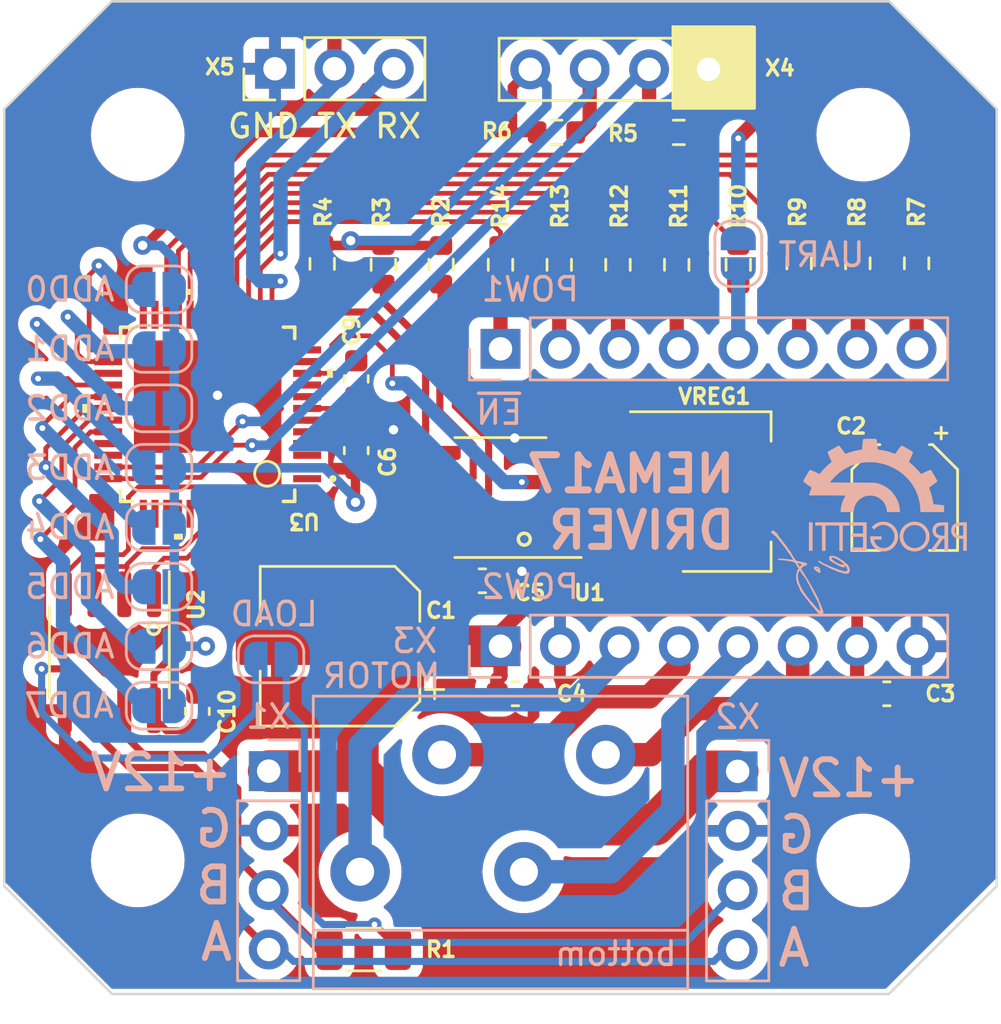
<source format=kicad_pcb>
(kicad_pcb (version 20221018) (generator pcbnew)
  (layers (0 "F.Cu" signal) (31 "B.Cu" signal) (34 "B.Paste" user) (35 "F.Paste" user) (36 "B.SilkS" user "B.Silkscreen") (37 "F.SilkS" user "F.Silkscreen") (38 "B.Mask" user) (39 "F.Mask" user) (44 "Edge.Cuts" user))
  (net 0 "")
  (net 1 "+12V")
  (net 2 "GND")
  (net 3 "+3.3V")
  (net 6 "Net-(U3-PF2-NRST)")
  (net 7 "Net-(JP1-A)")
  (net 8 "Net-(JP1-B)")
  (net 9 "U2-TX-DCE")
  (net 10 "USART-~{RST}")
  (net 11 "ADD7")
  (net 12 "ADD6")
  (net 13 "ADD5")
  (net 14 "ADD4")
  (net 15 "ADD3")
  (net 16 "ADD2")
  (net 17 "ADD1")
  (net 18 "ADD0")
  (net 19 "~{EN}")
  (net 20 "MS1")
  (net 21 "MS2")
  (net 22 "MS3")
  (net 23 "~{SLEEP}")
  (net 24 "STEP")
  (net 25 "DIR")
  (net 26 "Net-(POW2-Pin_3)")
  (net 27 "Net-(POW2-Pin_4)")
  (net 28 "Net-(POW2-Pin_5)")
  (net 29 "Net-(POW2-Pin_6)")
  (net 30 "Net-(U2-B)")
  (net 31 "Net-(U1-SCL)")
  (net 32 "Net-(U1-SDA)")
  (net 33 "Net-(U1-PGO)")
  (net 34 "SWCLK")
  (net 35 "SWDIO")
  (net 36 "Net-(U3-PA4)")
  (net 37 "Net-(U3-PA5)")
  (net 38 "Net-(U3-PA6)")
  (net 39 "Net-(U3-PA7)")
  (net 40 "Net-(U3-PB0)")
  (net 41 "Net-(U3-PB1)")
  (net 42 "Net-(U3-PB2)")
  (net 43 "Net-(U3-PB10)")
  (net 44 "POS-AN")
  (net 45 "RX-DCE")
  (net 46 "TX-EN")
  (net 47 "TX-DCE")
  (net 53 "U2-RX-DCE")
  (footprint "Resistor_SMD:R_1206_3216Metric" (layer "F.Cu") (at 140.158 100.304 180)
    (fp_text reference "R1")
    (fp_text value "120")
  )
  (footprint "Connector_PinHeader_2.54mm:PinHeader_1x03_P2.54mm_Vertical" (layer "F.Cu") (at 136.363 62.687 90)
    (fp_text reference "X5")
    (fp_text value "DEBUG")
  )
  (footprint "Resistor_SMD:R_0603_1608Metric" (layer "F.Cu") (at 148.3876 65.4044)
    (fp_text reference "R6")
    (fp_text value "4k7")
  )
  (footprint "MountingHole:MountingHole_3.5mm" (layer "F.Cu") (at 161.5 65.5)
    (fp_text reference "H2")
    (fp_text value "MountingHole")
  )
  (footprint "Resistor_SMD:R_0603_1608Metric" (layer "F.Cu") (at 158.76 70.996094 90)
    (fp_text reference "R9")
    (fp_text value "100R")
  )
  (footprint "Capacitor_SMD:C_0603_1608Metric" (layer "F.Cu") (at 133.046 90.131 90)
    (fp_text reference "C10")
    (fp_text value "100n")
  )
  (footprint "Resistor_SMD:R_0603_1608Metric" (layer "F.Cu") (at 143.46 71.06 -90)
    (fp_text reference "R2")
    (fp_text value "4k7")
  )
  (footprint "Resistor_SMD:R_0603_1608Metric" (layer "F.Cu") (at 146 71.059094 90)
    (fp_text reference "R14")
    (fp_text value "100R")
  )
  (footprint "Package_TO_SOT_SMD:SOT-223-3_TabPin2" (layer "F.Cu") (at 155.652 80.746)
    (fp_text reference "VREG1")
    (fp_text value "LD1117-3.3")
  )
  (footprint "Capacitor_SMD:C_0603_1608Metric" (layer "F.Cu") (at 145.225 84.556)
    (fp_text reference "C5")
    (fp_text value "100n")
  )
  (footprint "Resistor_SMD:R_0603_1608Metric" (layer "F.Cu") (at 161.27 70.996094 90)
    (fp_text reference "R8")
    (fp_text value "100R")
  )
  (footprint "Resistor_SMD:R_0603_1608Metric" (layer "F.Cu") (at 153.62 65.4044)
    (fp_text reference "R5")
    (fp_text value "4k7")
  )
  (footprint "Package_SO:SOIC-8_3.9x4.9mm_P1.27mm" (layer "F.Cu") (at 129.2868 87.604 -90)
    (fp_text reference "U2")
    (fp_text value "SP3485CN")
  )
  (footprint "MountingHole:MountingHole_3.5mm" (layer "F.Cu") (at 161.5 96.5)
    (fp_text reference "H4")
    (fp_text value "MountingHole")
  )
  (footprint "Resistor_SMD:R_0603_1608Metric" (layer "F.Cu") (at 151.02 71.059094 90)
    (fp_text reference "R12")
    (fp_text value "100R")
  )
  (footprint "Resistor_SMD:R_0603_1608Metric" (layer "F.Cu") (at 163.78 70.996094 90)
    (fp_text reference "R7")
    (fp_text value "100R")
  )
  (footprint "MountingHole:MountingHole_3.5mm" (layer "F.Cu") (at 130.5 65.5)
    (fp_text reference "H1")
    (fp_text value "MountingHole")
  )
  (footprint "Package_SO:SO-8_3.9x4.9mm_P1.27mm" (layer "F.Cu") (at 146 81 180)
    (fp_text reference "U1")
    (fp_text value "AS5600")
  )
  (footprint "Connector_PinHeader_2.54mm:PinHeader_1x04_P2.54mm_Vertical" (layer "F.Cu") (at 154.89 62.712 -90)
    (fp_text reference "X4")
    (fp_text value "JTAG")
  )
  (footprint "Resistor_SMD:R_0603_1608Metric" (layer "F.Cu") (at 138.38 71.019392 -90)
    (fp_text reference "R4")
    (fp_text value "4k7")
  )
  (footprint "Capacitor_SMD:C_0603_1608Metric" (layer "F.Cu") (at 146.635 89.382)
    (fp_text reference "C4")
    (fp_text value "100n")
  )
  (footprint "Capacitor_SMD:C_0603_1608Metric" (layer "F.Cu") (at 139.835999 75.933 -90)
    (fp_text reference "C9")
    (fp_text value "100n" hide)
  )
  (footprint "Capacitor_SMD:CP_Elec_4x5.3" (layer "F.Cu") (at 163.272 81 -90)
    (fp_text reference "C2")
    (fp_text value "1uF")
  )
  (footprint "Resistor_SMD:R_0603_1608Metric" (layer "F.Cu") (at 140.994702 71.06 -90)
    (fp_text reference "R3")
    (fp_text value "4k7")
  )
  (footprint "Capacitor_SMD:C_0603_1608Metric" (layer "F.Cu") (at 162.51 89.382)
    (fp_text reference "C3")
    (fp_text value "100n")
  )
  (footprint "Resistor_SMD:R_0603_1608Metric" (layer "F.Cu") (at 156.16 71.059094 90)
    (fp_text reference "R10")
    (fp_text value "100R")
  )
  (footprint "MyLib:LQFP48-7x7mm_STM" (layer "F.Cu") (at 133.485999 77.444 180)
    (fp_text reference "U3")
    (fp_text value "STM32C031C6T6")
  )
  (footprint "Capacitor_SMD:CP_Elec_6.3x7.7" (layer "F.Cu") (at 139.142 87.35 180)
    (fp_text reference "C1")
    (fp_text value "100uF")
  )
  (footprint "MountingHole:MountingHole_3.5mm" (layer "F.Cu") (at 130.5 96.5)
    (fp_text reference "H3")
    (fp_text value "MountingHole")
  )
  (footprint "Capacitor_SMD:C_0603_1608Metric" (layer "F.Cu") (at 139.835999 78.994 90)
    (fp_text reference "C6")
    (fp_text value "100n")
  )
  (footprint "Resistor_SMD:R_0603_1608Metric" (layer "F.Cu") (at 153.53 71.059094 90)
    (fp_text reference "R11")
    (fp_text value "100R")
  )
  (footprint "Resistor_SMD:R_0603_1608Metric" (layer "F.Cu") (at 148.51 71.059094 90)
    (fp_text reference "R13")
    (fp_text value "100R")
  )
  (footprint "Jumper:SolderJumper-2_P1.3mm_Open_RoundedPad1.0x1.5mm" (layer "B.Cu") (at 131.41 79.73 180)
    (fp_text reference "JP7" hide)
    (fp_text value "ADD3")
  )
  (footprint "Connector_PinSocket_2.54mm:PinSocket_1x08_P2.54mm_Vertical" (layer "B.Cu") (at 146 74.65 -90)
    (fp_text reference "POW1")
    (fp_text value "A4988")
  )
  (footprint "Jumper:SolderJumper-2_P1.3mm_Open_RoundedPad1.0x1.5mm" (layer "B.Cu") (at 131.41 84.81 180)
    (fp_text reference "JP5" hide)
    (fp_text value "ADD5")
  )
  (footprint "Jumper:SolderJumper-2_P1.3mm_Open_RoundedPad1.0x1.5mm" (layer "B.Cu") (at 156.16 70.586 -90)
    (fp_text reference "JP2" hide)
    (fp_text value "UART")
  )
  (footprint "Jumper:SolderJumper-2_P1.3mm_Open_RoundedPad1.0x1.5mm" (layer "B.Cu") (at 136.1956 87.9088 180)
    (fp_text reference "JP1" hide)
    (fp_text value "LOAD")
  )
  (footprint "Jumper:SolderJumper-2_P1.3mm_Open_RoundedPad1.0x1.5mm" (layer "B.Cu") (at 131.41 82.27 180)
    (fp_text reference "JP6" hide)
    (fp_text value "ADD4")
  )
  (footprint "Jumper:SolderJumper-2_P1.3mm_Open_RoundedPad1.0x1.5mm" (layer "B.Cu") (at 131.41 89.89 180)
    (fp_text reference "JP3" hide)
    (fp_text value "ADD7")
  )
  (footprint "Connector_PinSocket_2.54mm:PinSocket_1x08_P2.54mm_Vertical" (layer "B.Cu") (at 146 87.35 -90)
    (fp_text reference "POW2")
    (fp_text value "Conn_01x08_Pin")
  )
  (footprint "MyLib:logo-progetti" (layer "B.Cu") (at 161.418857 82.577226 180)
    (fp_text reference "G***" hide)
    (fp_text value "LOGO" hide)
  )
  (footprint "Connector_PinHeader_2.54mm:PinHeader_1x04_P2.54mm_Vertical" (layer "B.Cu") (at 156.135 92.694 180)
    (fp_text reference "X2")
    (fp_text value "OUT")
  )
  (footprint "Jumper:SolderJumper-2_P1.3mm_Open_RoundedPad1.0x1.5mm" (layer "B.Cu") (at 131.41 72.11 180)
    (fp_text reference "JP10" hide)
    (fp_text value "ADD0")
  )
  (footprint "Jumper:SolderJumper-2_P1.3mm_Open_RoundedPad1.0x1.5mm" (layer "B.Cu") (at 131.41 77.19 180)
    (fp_text reference "JP8" hide)
    (fp_text value "ADD2")
  )
  (footprint "Jumper:SolderJumper-2_P1.3mm_Open_RoundedPad1.0x1.5mm" (layer "B.Cu") (at 131.41 74.65 180)
    (fp_text reference "JP9" hide)
    (fp_text value "ADD1")
  )
  (footprint "Connector_PinHeader_2.54mm:PinHeader_1x04_P2.54mm_Vertical" (layer "B.Cu") (at 136.094 92.684 180)
    (fp_text reference "X1")
    (fp_text value "IN")
  )
  (footprint "Jumper:SolderJumper-2_P1.3mm_Open_RoundedPad1.0x1.5mm" (layer "B.Cu") (at 131.41 87.35 180)
    (fp_text reference "JP4" hide)
    (fp_text value "ADD6")
  )
  (footprint "MyLib:TBL002A-350-04GR-2OR" (layer "B.Cu") (at 150.5 96.982 180)
    (fp_text reference "X3")
    (fp_text value "MOTOR")
  )
  (gr_circle (center 147.016 82.778) (end 147.016 82.524) (stroke (width 0.15)) (fill none) (layer "F.SilkS"))
  (gr_circle (center 131.184749 86.587999) (end 131.184749 86.333999) (stroke (width 0.15)) (fill none) (layer "F.SilkS"))
  (gr_rect (start 153.383986 60.908552) (end 156.838386 64.362952) (stroke (width 0.15)) (fill solid) (layer "F.SilkS"))
  (gr_line locked (start 124.8 97.6) (end 124.8 64.4) (stroke (width 0.1)) (layer "Edge.Cuts"))
  (gr_line locked (start 167.2 97.6) (end 162.6 102.2) (stroke (width 0.1)) (layer "Edge.Cuts"))
  (gr_line locked (start 162.6 102.2) (end 129.4 102.2) (stroke (width 0.1)) (layer "Edge.Cuts"))
  (gr_line locked (start 167.2 64.4) (end 167.2 97.6) (stroke (width 0.1)) (layer "Edge.Cuts"))
  (gr_line locked (start 129.4 102.2) (end 124.8 97.6) (stroke (width 0.1)) (layer "Edge.Cuts"))
  (gr_line locked (start 129.4 59.8) (end 162.6 59.8) (stroke (width 0.1)) (layer "Edge.Cuts"))
  (gr_line locked (start 162.6 59.8) (end 167.2 64.4) (stroke (width 0.1)) (layer "Edge.Cuts"))
  (gr_line locked (start 124.8 64.4) (end 129.4 59.8) (stroke (width 0.1)) (layer "Edge.Cuts"))
  (gr_text "NEMA17\nDRIVER" (at 156.16 83.286) (layer "B.SilkS") (effects (font (size 1.5 1.5) (thickness 0.3) bold) (justify left bottom mirror)))
  (gr_text "+12V\nG\nB\nA" (at 134.6716 100.8628) (layer "B.SilkS") (effects (font (size 1.5 1.5) (thickness 0.25) bold) (justify left bottom mirror)))
  (gr_text "bottom" (at 153.62 101.066) (layer "B.SilkS") (effects (font (size 1 1)) (justify left bottom mirror)))
  (gr_text "~{EN}" (at 147.016 77.952) (layer "B.SilkS") (effects (font (size 1 1)) (justify left bottom mirror)))
  (gr_text "+12V\nG\nB\nA" (at 157.7348 101.1168) (layer "B.SilkS") (effects (font (size 1.5 1.5) (thickness 0.25) bold) (justify right bottom mirror)))
  (gr_text "GND TX RX" (at 134.259687 65.724834) (layer "F.SilkS") (effects (font (size 1 1)) (justify left bottom)))
  (segment (start 146 88.62) (end 146 87.35) (width 0.6096) (layer "F.Cu") (net 1))
  (segment (start 141.842 88.968) (end 139.904 90.906) (width 1.778) (layer "F.Cu") (net 1))
  (segment (start 146 87.35) (end 146 86.7404) (width 0.6096) (layer "F.Cu") (net 1))
  (segment (start 151.0936 84.4544) (end 152.502 83.046) (width 0.6096) (layer "F.Cu") (net 1))
  (segment (start 148.413 94.208) (end 149.175 94.97) (width 1.778) (layer "F.Cu") (net 1))
  (segment (start 145.238 94.208) (end 148.413 94.208) (width 1.778) (layer "F.Cu") (net 1))
  (segment (start 149.175 94.97) (end 152.604 94.97) (width 1.778) (layer "F.Cu") (net 1))
  (segment (start 139.904 90.906) (end 139.904 92.684) (width 1.778) (layer "F.Cu") (net 1))
  (segment (start 146 87.35) (end 141.842 87.35) (width 1.778) (layer "F.Cu") (net 1))
  (segment (start 146 86.7404) (end 148.286 84.4544) (width 0.6096) (layer "F.Cu") (net 1))
  (segment (start 145.86 88.76) (end 146 88.62) (width 0.6096) (layer "F.Cu") (net 1))
  (segment (start 148.286 84.4544) (end 151.0936 84.4544) (width 0.6096) (layer "F.Cu") (net 1))
  (segment (start 136.094 92.684) (end 139.904 92.684) (width 1.778) (layer "F.Cu") (net 1))
  (segment (start 145.86 89.382) (end 145.86 88.76) (width 0.6096) (layer "F.Cu") (net 1))
  (segment (start 142.19 94.97) (end 144.476 94.97) (width 1.778) (layer "F.Cu") (net 1))
  (segment (start 139.904 92.684) (end 142.19 94.97) (width 1.778) (layer "F.Cu") (net 1))
  (segment (start 141.842 87.35) (end 141.842 88.968) (width 1.778) (layer "F.Cu") (net 1))
  (segment (start 144.476 94.97) (end 145.238 94.208) (width 1.778) (layer "F.Cu") (net 1))
  (segment (start 152.604 94.97) (end 154.88 92.694) (width 1.778) (layer "F.Cu") (net 1))
  (segment (start 154.88 92.694) (end 156.135 92.694) (width 1.778) (layer "F.Cu") (net 1))
  (segment (start 146 84.556) (end 146.4572 84.556) (width 0.4064) (layer "F.Cu") (net 2))
  (segment (start 146.8636 84.1496) (end 146.9144 84.1496) (width 0.4064) (layer "F.Cu") (net 2))
  (segment (start 139.349999 77.194) (end 139.835999 76.708) (width 0.2032) (layer "F.Cu") (net 2))
  (segment (start 137.735998 77.194) (end 139.349999 77.194) (width 0.2032) (layer "F.Cu") (net 2))
  (segment (start 146.4572 84.556) (end 146.6096 84.4036) (width 0.4064) (layer "F.Cu") (net 2))
  (segment (start 146.6096 84.4036) (end 146.8636 84.1496) (width 0.4064) (layer "F.Cu") (net 2))
  (via (at 146.6096 78.46) (size 0.8) (drill 0.4) (layers "F.Cu" "B.Cu") (net 2))
  (via (at 146.9144 84.1496) (size 0.8) (drill 0.4) (layers "F.Cu" "B.Cu") (net 2))
  (via (at 133.9096 76.6312) (size 0.8) (drill 0.4) (layers "F.Cu" "B.Cu") (net 2))
  (via (at 141.428 78.1044) (size 0.8) (drill 0.4) (layers "F.Cu" "B.Cu") (net 2))
  (segment (start 139.5992 70.235) (end 139.5992 70.0272) (width 0.4064) (layer "F.Cu") (net 3))
  (segment (start 139.8024 79.802599) (end 139.835999 79.769) (width 0.4064) (layer "F.Cu") (net 3))
  (segment (start 139.5992 70.235) (end 138.420608 70.235) (width 0.4064) (layer "F.Cu") (net 3))
  (segment (start 131.776 69.2652) (end 130.8108 70.2304) (width 0.4064) (layer "F.Cu") (net 3))
  (segment (start 147.5626 65.4044) (end 135.6368 65.4044) (width 0.4064) (layer "F.Cu") (net 3))
  (segment (start 131.1918 90.079) (end 131.1918 88.5438) (width 0.3048) (layer "F.Cu") (net 3))
  (segment (start 139.8024 81.2032) (end 139.8024 79.802599) (width 0.4064) (layer "F.Cu") (net 3))
  (segment (start 147.27 62.712) (end 146.508 63.474) (width 0.4064) (layer "F.Cu") (net 3))
  (segment (start 161.24 89.255) (end 161.24 87.35) (width 0.6096) (layer "F.Cu") (net 3))
  (segment (start 135.6368 65.4044) (end 131.776 69.2652) (width 0.4064) (layer "F.Cu") (net 3))
  (segment (start 131.1918 88.5438) (end 131.6236 88.112) (width 0.3048) (layer "F.Cu") (net 3))
  (segment (start 146.508 63.474) (end 146.508 65.4044) (width 0.4064) (layer "F.Cu") (net 3))
  (segment (start 131.7252 90.9568) (end 132.9952 90.9568) (width 0.3048) (layer "F.Cu") (net 3))
  (segment (start 161.735 89.382) (end 161.367 89.382) (width 0.6096) (layer "F.Cu") (net 3))
  (segment (start 132.9952 90.9568) (end 133.046 90.906) (width 0.3048) (layer "F.Cu") (net 3))
  (segment (start 130.8108 70.2304) (end 130.7092 70.2304) (width 0.4064) (layer "F.Cu") (net 3))
  (segment (start 143.46 70.235) (end 140.994702 70.235) (width 0.4064) (layer "F.Cu") (net 3))
  (segment (start 131.1918 90.079) (end 131.1918 90.4234) (width 0.3048) (layer "F.Cu") (net 3))
  (segment (start 146.508 65.4044) (end 147.5626 65.4044) (width 0.4064) (layer "F.Cu") (net 3))
  (segment (start 131.6236 88.112) (end 132.3856 87.35) (width 0.3048) (layer "F.Cu") (net 3))
  (segment (start 131.1918 90.4234) (end 131.7252 90.9568) (width 0.3048) (layer "F.Cu") (net 3))
  (segment (start 140.994702 70.235) (end 139.5992 70.235) (width 0.4064) (layer "F.Cu") (net 3))
  (segment (start 138.420608 70.235) (end 138.38 70.194392) (width 0.4064) (layer "F.Cu") (net 3))
  (segment (start 161.367 89.382) (end 161.24 89.255) (width 0.6096) (layer "F.Cu") (net 3))
  (segment (start 132.3856 87.35) (end 133.4016 87.35) (width 0.3048) (layer "F.Cu") (net 3))
  (via (at 130.7092 70.2304) (size 0.8) (drill 0.4) (layers "F.Cu" "B.Cu") (net 3))
  (via (at 139.5992 70.0272) (size 0.8) (drill 0.4) (layers "F.Cu" "B.Cu") (net 3))
  (via (at 133.4016 87.35) (size 0.8) (drill 0.4) (layers "F.Cu" "B.Cu") (net 3))
  (via (at 139.8024 81.2032) (size 0.8) (drill 0.4) (layers "F.Cu" "B.Cu") (net 3))
  (segment (start 130.7092 70.2304) (end 131.4712 70.2304) (width 0.4064) (layer "B.Cu") (net 3))
  (segment (start 132.06 87.35) (end 132.06 89.89) (width 0.4064) (layer "B.Cu") (net 3))
  (segment (start 132.06 82.27) (end 132.06 84.81) (width 0.4064) (layer "B.Cu") (net 3))
  (segment (start 147.9812 64.2868) (end 147.9812 63.4232) (width 0.4064) (layer "B.Cu") (net 3))
  (segment (start 132.03 72.08) (end 132.06 72.11) (width 0.4064) (layer "B.Cu") (net 3))
  (segment (start 132.06 72.11) (end 132.06 74.65) (width 0.4064) (layer "B.Cu") (net 3))
  (segment (start 132.06 79.73) (end 132.06 82.27) (width 0.4064) (layer "B.Cu") (net 3))
  (segment (start 139.5992 70.0272) (end 142.2408 70.0272) (width 0.4064) (layer "B.Cu") (net 3))
  (segment (start 132.06 84.81) (end 132.06 87.35) (width 0.4064) (layer "B.Cu") (net 3))
  (segment (start 132.03 70.7892) (end 132.03 72.08) (width 0.4064) (layer "B.Cu") (net 3))
  (segment (start 132.06 79.73) (end 138.4816 79.73) (width 0.4064) (layer "B.Cu") (net 3))
  (segment (start 139.0912 80.3396) (end 139.8024 81.0508) (width 0.4064) (layer "B.Cu") (net 3))
  (segment (start 132.06 74.65) (end 132.06 77.19) (width 0.4064) (layer "B.Cu") (net 3))
  (segment (start 142.2408 70.0272) (end 147.9812 64.2868) (width 0.4064) (layer "B.Cu") (net 3))
  (segment (start 132.06 77.19) (end 132.06 79.73) (width 0.4064) (layer "B.Cu") (net 3))
  (segment (start 138.4816 79.73) (end 139.0912 80.3396) (width 0.4064) (layer "B.Cu") (net 3))
  (segment (start 131.4712 70.2304) (end 132.03 70.7892) (width 0.4064) (layer "B.Cu") (net 3))
  (segment (start 133.4016 87.35) (end 132.06 87.35) (width 0.4064) (layer "B.Cu") (net 3))
  (segment (start 139.8024 81.0508) (end 139.8024 81.2032) (width 0.4064) (layer "B.Cu") (net 3))
  (segment (start 147.9812 63.4232) (end 147.27 62.712) (width 0.4064) (layer "B.Cu") (net 3))
  (segment (start 137.735998 75.694001) (end 139.299998 75.694001) (width 0.2032) (layer "F.Cu") (net 6))
  (segment (start 139.299998 75.694001) (end 139.835999 75.158) (width 0.2032) (layer "F.Cu") (net 6))
  (segment (start 141.6205 100.2425) (end 141.6205 100.304) (width 0.3048) (layer "F.Cu") (net 7))
  (segment (start 140.6152 99.2372) (end 141.6205 100.2425) (width 0.3048) (layer "F.Cu") (net 7))
  (via (at 140.6152 99.2372) (size 0.6) (drill 0.25) (layers "F.Cu" "B.Cu") (net 7))
  (segment (start 140.6152 99.2372) (end 138.4308 99.2372) (width 0.3048) (layer "B.Cu") (net 7))
  (segment (start 138.4308 99.2372) (end 137.618 98.4244) (width 0.3048) (layer "B.Cu") (net 7))
  (segment (start 137.618 90.8552) (end 136.8456 90.0828) (width 0.3048) (layer "B.Cu") (net 7))
  (segment (start 137.618 98.4244) (end 137.618 90.8552) (width 0.3048) (layer "B.Cu") (net 7))
  (segment (start 136.8456 90.0828) (end 136.8456 87.9088) (width 0.3048) (layer "B.Cu") (net 7))
  (segment (start 134.1636 98.3736) (end 135.62929 99.83929) (width 0.3048) (layer "F.Cu") (net 8))
  (segment (start 128.6518 90.079) (end 128.6518 91.033) (width 0.3048) (layer "F.Cu") (net 8))
  (segment (start 132.9444 92.5316) (end 134.1636 93.7508) (width 0.3048) (layer "F.Cu") (net 8))
  (segment (start 130.1504 92.5316) (end 132.9444 92.5316) (width 0.3048) (layer "F.Cu") (net 8))
  (segment (start 128.6518 89.2042) (end 128.6518 90.079) (width 0.3048) (layer "F.Cu") (net 8))
  (segment (start 127.7628 88.3152) (end 128.6518 89.2042) (width 0.3048) (layer "F.Cu") (net 8))
  (segment (start 134.1636 93.7508) (end 134.1636 98.3736) (width 0.3048) (layer "F.Cu") (net 8))
  (segment (start 128.6518 91.033) (end 130.1504 92.5316) (width 0.3048) (layer "F.Cu") (net 8))
  (segment (start 126.3912 88.3152) (end 127.7628 88.3152) (width 0.3048) (layer "F.Cu") (net 8))
  (via (at 126.3912 88.3152) (size 0.6) (drill 0.25) (layers "F.Cu" "B.Cu") (net 8))
  (segment (start 126.3912 88.3152) (end 126.3912 90.1948) (width 0.3048) (layer "B.Cu") (net 8))
  (segment (start 136.094 100.304) (end 136.6528 100.304) (width 0.3048) (layer "B.Cu") (net 8))
  (segment (start 128.3216 92.1252) (end 133.554 92.1252) (width 0.3048) (layer "B.Cu") (net 8))
  (segment (start 155.1132 100.812) (end 155.6112 100.314) (width 0.3048) (layer "B.Cu") (net 8))
  (segment (start 155.6112 100.314) (end 156.135 100.314) (width 0.3048) (layer "B.Cu") (net 8))
  (segment (start 133.554 92.1252) (end 135.5456 90.1336) (width 0.3048) (layer "B.Cu") (net 8))
  (segment (start 126.3912 90.1948) (end 128.3216 92.1252) (width 0.3048) (layer "B.Cu") (net 8))
  (segment (start 136.6528 100.304) (end 137.1608 100.812) (width 0.3048) (layer "B.Cu") (net 8))
  (segment (start 137.1608 100.812) (end 155.1132 100.812) (width 0.3048) (layer "B.Cu") (net 8))
  (segment (start 135.5456 90.1336) (end 135.5456 87.9088) (width 0.3048) (layer "B.Cu") (net 8))
  (segment (start 136.235999 72.069601) (end 136.4496 71.856) (width 0.2032) (layer "F.Cu") (net 9))
  (segment (start 136.5004 71.856) (end 136.602 71.7544) (width 0.2032) (layer "F.Cu") (net 9))
  (segment (start 136.235999 73.194001) (end 136.235999 72.069601) (width 0.2032) (layer "F.Cu") (net 9))
  (segment (start 136.4496 71.856) (end 136.5004 71.856) (width 0.2032) (layer "F.Cu") (net 9))
  (segment (start 157.0236 64.7948) (end 156.16 65.6584) (width 0.6096) (layer "F.Cu") (net 9))
  (segment (start 139.2436 60.934) (end 156.5664 60.934) (width 0.6096) (layer "F.Cu") (net 9))
  (segment (start 138.903 62.687) (end 138.903 61.2746) (width 0.6096) (layer "F.Cu") (net 9))
  (segment (start 156.5664 60.934) (end 157.0236 61.3912) (width 0.6096) (layer "F.Cu") (net 9))
  (segment (start 138.903 61.2746) (end 139.2436 60.934) (width 0.6096) (layer "F.Cu") (net 9))
  (segment (start 157.0236 61.3912) (end 157.0236 64.7948) (width 0.6096) (layer "F.Cu") (net 9))
  (via (at 136.602 71.7544) (size 0.6) (drill 0.25) (layers "F.Cu" "B.Cu") (net 9))
  (via (at 156.16 65.6584) (size 0.6) (drill 0.25) (layers "F.Cu" "B.Cu") (net 9))
  (segment (start 156.16 65.6584) (end 156.16 69.936) (width 0.6096) (layer "B.Cu") (net 9))
  (segment (start 138.903 63.3066) (end 138.903 62.687) (width 0.6096) (layer "B.Cu") (net 9))
  (segment (start 135.4336 71.4496) (end 135.4336 66.776) (width 0.6096) (layer "B.Cu") (net 9))
  (segment (start 135.4336 66.776) (end 138.903 63.3066) (width 0.6096) (layer "B.Cu") (net 9))
  (segment (start 135.7384 71.7544) (end 135.4336 71.4496) (width 0.6096) (layer "B.Cu") (net 9))
  (segment (start 136.602 71.7544) (end 135.7384 71.7544) (width 0.6096) (layer "B.Cu") (net 9))
  (segment (start 156.16 71.884094) (end 156.16 74.65) (width 0.6096) (layer "F.Cu") (net 10))
  (segment (start 156.16 71.236) (end 156.16 74.65) (width 0.6096) (layer "B.Cu") (net 10))
  (segment (start 128.485999 78.194001) (end 129.236 78.194001) (width 0.2032) (layer "F.Cu") (net 11))
  (segment (start 127.819305 78.860695) (end 128.485999 78.194001) (width 0.2032) (layer "F.Cu") (net 11))
  (segment (start 127.819305 81.299095) (end 127.819305 78.860695) (width 0.2032) (layer "F.Cu") (net 11))
  (segment (start 126.3404 82.778) (end 127.819305 81.299095) (width 0.2032) (layer "F.Cu") (net 11))
  (via (at 126.3404 82.778) (size 0.6) (drill 0.25) (layers "F.Cu" "B.Cu") (net 11))
  (segment (start 127.3056 86.4356) (end 130.76 89.89) (width 0.6096) (layer "B.Cu") (net 11))
  (segment (start 127.3056 83.7432) (end 127.3056 86.4356) (width 0.6096) (layer "B.Cu") (net 11))
  (segment (start 126.3404 82.778) (end 127.3056 83.7432) (width 0.6096) (layer "B.Cu") (net 11))
  (segment (start 127.2548 80.1872) (end 127.2548 78.85499) (width 0.2032) (layer "F.Cu") (net 12))
  (segment (start 126.2896 81.1524) (end 127.2548 80.1872) (width 0.2032) (layer "F.Cu") (net 12))
  (segment (start 128.41579 77.694) (end 129.236 77.694) (width 0.2032) (layer "F.Cu") (net 12))
  (segment (start 127.2548 78.85499) (end 128.41579 77.694) (width 0.2032) (layer "F.Cu") (net 12))
  (via (at 126.2896 81.1524) (size 0.6) (drill 0.25) (layers "F.Cu" "B.Cu") (net 12))
  (segment (start 130.3536 87.35) (end 130.76 87.35) (width 0.6096) (layer "B.Cu") (net 12))
  (segment (start 128.3724 85.3688) (end 130.3536 87.35) (width 0.6096) (layer "B.Cu") (net 12))
  (segment (start 128.3724 83.2352) (end 128.3724 85.3688) (width 0.6096) (layer "B.Cu") (net 12))
  (segment (start 126.2896 81.1524) (end 128.3724 83.2352) (width 0.6096) (layer "B.Cu") (net 12))
  (segment (start 128.2668 77.194) (end 129.236 77.194) (width 0.2032) (layer "F.Cu") (net 13))
  (segment (start 126.569 78.8918) (end 128.2668 77.194) (width 0.2032) (layer "F.Cu") (net 13))
  (segment (start 126.569 79.7046) (end 126.569 78.8918) (width 0.2032) (layer "F.Cu") (net 13))
  (via (at 126.569 79.7046) (size 0.6) (drill 0.25) (layers "F.Cu" "B.Cu") (net 13))
  (segment (start 126.569 79.7046) (end 129.3884 82.524) (width 0.6096) (layer "B.Cu") (net 13))
  (segment (start 129.3884 84.302) (end 129.8964 84.81) (width 0.6096) (layer "B.Cu") (net 13))
  (segment (start 129.8964 84.81) (end 130.76 84.81) (width 0.6096) (layer "B.Cu") (net 13))
  (segment (start 129.3884 82.524) (end 129.3884 84.302) (width 0.6096) (layer "B.Cu") (net 13))
  (segment (start 126.423358 78.034958) (end 126.423358 77.919842) (width 0.2032) (layer "F.Cu") (net 14))
  (segment (start 126.423358 77.919842) (end 127.649201 76.693999) (width 0.2032) (layer "F.Cu") (net 14))
  (segment (start 127.649201 76.693999) (end 129.236 76.693999) (width 0.2032) (layer "F.Cu") (net 14))
  (via (at 126.423358 78.034958) (size 0.6) (drill 0.25) (layers "F.Cu" "B.Cu") (net 14))
  (segment (start 126.423358 78.034958) (end 130.6584 82.27) (width 0.6096) (layer "B.Cu") (net 14))
  (segment (start 130.6584 82.27) (end 130.76 82.27) (width 0.6096) (layer "B.Cu") (net 14))
  (segment (start 127.7936 76.194) (end 129.236 76.194) (width 0.2032) (layer "F.Cu") (net 15))
  (segment (start 126.2388 75.92) (end 127.5196 75.92) (width 0.2032) (layer "F.Cu") (net 15))
  (segment (start 127.5196 75.92) (end 127.7936 76.194) (width 0.2032) (layer "F.Cu") (net 15))
  (via (at 126.2388 75.92) (size 0.6) (drill 0.25) (layers "F.Cu" "B.Cu") (net 15))
  (segment (start 127.0516 75.92) (end 130.76 79.6284) (width 0.6096) (layer "B.Cu") (net 15))
  (segment (start 130.76 79.6284) (end 130.76 79.73) (width 0.6096) (layer "B.Cu") (net 15))
  (segment (start 126.2388 75.92) (end 127.0516 75.92) (width 0.6096) (layer "B.Cu") (net 15))
  (segment (start 128.185791 75.694001) (end 129.236 75.694001) (width 0.2032) (layer "F.Cu") (net 16))
  (segment (start 126.188 73.5832) (end 126.188 73.69621) (width 0.2032) (layer "F.Cu") (net 16))
  (segment (start 126.188 73.69621) (end 128.185791 75.694001) (width 0.2032) (layer "F.Cu") (net 16))
  (via (at 126.188 73.5832) (size 0.6) (drill 0.25) (layers "F.Cu" "B.Cu") (net 16))
  (segment (start 129.7948 77.19) (end 130.76 77.19) (width 0.6096) (layer "B.Cu") (net 16))
  (segment (start 126.188 73.5832) (end 129.7948 77.19) (width 0.6096) (layer "B.Cu") (net 16))
  (segment (start 127.9152 73.6848) (end 127.9152 74.8532) (width 0.2032) (layer "F.Cu") (net 17))
  (segment (start 128.285601 75.193999) (end 129.236 75.193999) (width 0.2032) (layer "F.Cu") (net 17))
  (segment (start 127.5088 73.2784) (end 127.9152 73.6848) (width 0.2032) (layer "F.Cu") (net 17))
  (segment (start 127.9152 74.8532) (end 128.2708 75.2088) (width 0.2032) (layer "F.Cu") (net 17))
  (segment (start 128.2708 75.2088) (end 128.285601 75.193999) (width 0.2032) (layer "F.Cu") (net 17))
  (via (at 127.5088 73.2784) (size 0.6) (drill 0.25) (layers "F.Cu" "B.Cu") (net 17))
  (segment (start 127.5088 73.2784) (end 128.982 74.7516) (width 0.6096) (layer "B.Cu") (net 17))
  (segment (start 128.982 74.7516) (end 130.6584 74.7516) (width 0.6096) (layer "B.Cu") (net 17))
  (segment (start 130.6584 74.7516) (end 130.76 74.65) (width 0.6096) (layer "B.Cu") (net 17))
  (segment (start 128.8296 71.094) (end 128.4232 71.5004) (width 0.2032) (layer "F.Cu") (net 18))
  (segment (start 128.4232 71.5004) (end 128.4232 74.694) (width 0.2032) (layer "F.Cu") (net 18))
  (segment (start 128.4232 74.694) (end 129.236 74.694) (width 0.2032) (layer "F.Cu") (net 18))
  (via (at 128.8296 71.094) (size 0.6) (drill 0.25) (layers "F.Cu" "B.Cu") (net 18))
  (segment (start 129.9472 72.2116) (end 130.6584 72.2116) (width 0.6096) (layer "B.Cu") (net 18))
  (segment (start 128.8296 71.094) (end 129.9472 72.2116) (width 0.6096) (layer "B.Cu") (net 18))
  (segment (start 130.6584 72.2116) (end 130.76 72.11) (width 0.4064) (layer "B.Cu") (net 18))
  (segment (start 146 71.884094) (end 146 74.65) (width 0.6096) (layer "F.Cu") (net 19))
  (segment (start 148.51 71.884094) (end 148.51 74.62) (width 0.6096) (layer "F.Cu") (net 20))
  (segment (start 148.51 74.62) (end 148.54 74.65) (width 0.6096) (layer "F.Cu") (net 20))
  (segment (start 151.02 71.884094) (end 151.02 74.59) (width 0.6096) (layer "F.Cu") (net 21))
  (segment (start 151.02 74.59) (end 151.08 74.65) (width 0.6096) (layer "F.Cu") (net 21))
  (segment (start 153.53 71.884094) (end 153.53 74.56) (width 0.6096) (layer "F.Cu") (net 22))
  (segment (start 153.53 74.56) (end 153.62 74.65) (width 0.6096) (layer "F.Cu") (net 22))
  (segment (start 158.76 71.821094) (end 158.76 74.59) (width 0.6096) (layer "F.Cu") (net 23))
  (segment (start 158.76 74.59) (end 158.7 74.65) (width 0.6096) (layer "F.Cu") (net 23))
  (segment (start 161.27 74.62) (end 161.24 74.65) (width 0.6096) (layer "F.Cu") (net 24))
  (segment (start 161.27 71.821094) (end 161.27 74.62) (width 0.6096) (layer "F.Cu") (net 24))
  (segment (start 163.78 71.821094) (end 163.78 74.65) (width 0.6096) (layer "F.Cu") (net 25))
  (segment (start 151.08 87.7564) (end 149.2004 89.636) (width 1) (layer "B.Cu") (net 26))
  (segment (start 140 91.572) (end 140 96.982) (width 1) (layer "B.Cu") (net 26))
  (segment (start 141.936 89.636) (end 140 91.572) (width 1) (layer "B.Cu") (net 26))
  (segment (start 149.2004 89.636) (end 141.936 89.636) (width 1) (layer "B.Cu") (net 26))
  (segment (start 151.08 87.35) (end 151.08 87.7564) (width 1) (layer "B.Cu") (net 26))
  (segment (start 143.5 91.982) (end 147.464 91.982) (width 1) (layer "F.Cu") (net 27))
  (segment (start 152.35 89.509) (end 153.62 88.239) (width 1) (layer "F.Cu") (net 27))
  (segment (start 147.464 91.982) (end 149.937 89.509) (width 1) (layer "F.Cu") (net 27))
  (segment (start 149.937 89.509) (end 152.35 89.509) (width 1) (layer "F.Cu") (net 27))
  (segment (start 153.62 88.239) (end 153.62 87.35) (width 1) (layer "F.Cu") (net 27))
  (segment (start 156.16 87.7564) (end 156.16 87.35) (width 1) (layer "B.Cu") (net 28))
  (segment (start 153.366 94.335) (end 153.366 90.5504) (width 1) (layer "B.Cu") (net 28))
  (segment (start 153.366 90.5504) (end 156.16 87.7564) (width 1) (layer "B.Cu") (net 28))
  (segment (start 147 96.982) (end 150.719 96.982) (width 1) (layer "B.Cu") (net 28))
  (segment (start 150.719 96.982) (end 153.366 94.335) (width 1) (layer "B.Cu") (net 28))
  (segment (start 152.417 91.982) (end 150.5 91.982) (width 1) (layer "F.Cu") (net 29))
  (segment (start 158.7 90.017) (end 154.382 90.017) (width 1) (layer "F.Cu") (net 29))
  (segment (start 158.7 87.35) (end 158.7 90.017) (width 1) (layer "F.Cu") (net 29))
  (segment (start 154.382 90.017) (end 152.417 91.982) (width 1) (layer "F.Cu") (net 29))
  (segment (start 130.76 91.9728) (end 133.3 91.9728) (width 0.3048) (layer "F.Cu") (net 30))
  (segment (start 138.2784 100.304) (end 136.094 98.1196) (width 0.4064) (layer "F.Cu") (net 30))
  (segment (start 133.3 91.9728) (end 134.7732 93.446) (width 0.3048) (layer "F.Cu") (net 30))
  (segment (start 136.094 98.1196) (end 136.094 97.764) (width 0.4064) (layer "F.Cu") (net 30))
  (segment (start 138.6955 100.304) (end 138.2784 100.304) (width 0.4064) (layer "F.Cu") (net 30))
  (segment (start 134.7732 93.446) (end 134.7732 96.4432) (width 0.3048) (layer "F.Cu") (net 30))
  (segment (start 134.7732 96.4432) (end 136.094 97.764) (width 0.3048) (layer "F.Cu") (net 30))
  (segment (start 129.9218 90.079) (end 129.9218 91.1346) (width 0.3048) (layer "F.Cu") (net 30))
  (segment (start 129.9218 91.1346) (end 130.76 91.9728) (width 0.3048) (layer "F.Cu") (net 30))
  (segment (start 137.9196 99.996) (end 153.913 99.996) (width 0.3048) (layer "B.Cu") (net 30))
  (segment (start 136.094 97.764) (end 136.094 98.1704) (width 0.3048) (layer "B.Cu") (net 30))
  (segment (start 136.094 98.1704) (end 137.9196 99.996) (width 0.3048) (layer "B.Cu") (net 30))
  (segment (start 153.913 99.996) (end 156.135 97.774) (width 0.3048) (layer "B.Cu") (net 30))
  (segment (start 144.7046 81.635) (end 143.425 81.635) (width 0.3048) (layer "F.Cu") (net 31))
  (segment (start 144.0696 77.0884) (end 145.492 78.5108) (width 0.3048) (layer "F.Cu") (net 31))
  (segment (start 143.46 74.1928) (end 144.0696 74.8024) (width 0.3048) (layer "F.Cu") (net 31))
  (segment (start 143.46 71.885) (end 143.46 74.1928) (width 0.3048) (layer "F.Cu") (net 31))
  (segment (start 145.492 78.5108) (end 145.492 80.8476) (width 0.3048) (layer "F.Cu") (net 31))
  (segment (start 145.492 80.8476) (end 144.7046 81.635) (width 0.3048) (layer "F.Cu") (net 31))
  (segment (start 144.0696 74.8024) (end 144.0696 77.0884) (width 0.3048) (layer "F.Cu") (net 31))
  (segment (start 143.4092 77.345096) (end 144.8316 78.767496) (width 0.3048) (layer "F.Cu") (net 32))
  (segment (start 143.4504 80.3904) (end 143.425 80.365) (width 0.3048) (layer "F.Cu") (net 32))
  (segment (start 140.994702 71.885) (end 140.994702 72.641902) (width 0.3048) (layer "F.Cu") (net 32))
  (segment (start 144.5776 80.3904) (end 143.4504 80.3904) (width 0.3048) (layer "F.Cu") (net 32))
  (segment (start 144.8316 78.767496) (end 144.8316 80.1364) (width 0.3048) (layer "F.Cu") (net 32))
  (segment (start 143.4092 75.0564) (end 143.4092 77.345096) (width 0.3048) (layer "F.Cu") (net 32))
  (segment (start 144.8316 80.1364) (end 144.5776 80.3904) (width 0.3048) (layer "F.Cu") (net 32))
  (segment (start 140.994702 72.641902) (end 143.4092 75.0564) (width 0.3048) (layer "F.Cu") (net 32))
  (segment (start 142.7996 78.4696) (end 143.425 79.095) (width 0.3048) (layer "F.Cu") (net 33))
  (segment (start 138.38 72.1608) (end 139.2944 73.0752) (width 0.3048) (layer "F.Cu") (net 33))
  (segment (start 140.5136 73.0752) (end 142.7996 75.3612) (width 0.3048) (layer "F.Cu") (net 33))
  (segment (start 142.7996 75.3612) (end 142.7996 78.4696) (width 0.3048) (layer "F.Cu") (net 33))
  (segment (start 139.2944 73.0752) (end 140.5136 73.0752) (width 0.3048) (layer "F.Cu") (net 33))
  (segment (start 138.38 71.844392) (end 138.38 72.1608) (width 0.3048) (layer "F.Cu") (net 33))
  (segment (start 129.236 80.194) (end 130.313287 80.194) (width 0.2032) (layer "F.Cu") (net 34))
  (segment (start 130.367687 80.1396) (end 133.1952 80.1396) (width 0.2032) (layer "F.Cu") (net 34))
  (segment (start 130.313287 80.194) (end 130.367687 80.1396) (width 0.2032) (layer "F.Cu") (net 34))
  (segment (start 152.795 65.4044) (end 152.7056 65.4044) (width 0.6096) (layer "F.Cu") (net 34))
  (segment (start 133.1952 80.1396) (end 134.57 78.7648) (width 0.2032) (layer "F.Cu") (net 34))
  (segment (start 134.57 78.7648) (end 135.3828 78.7648) (width 0.2032) (layer "F.Cu") (net 34))
  (segment (start 152.35 65.0488) (end 152.35 62.712) (width 0.6096) (layer "F.Cu") (net 34))
  (segment (start 152.7056 65.4044) (end 152.35 65.0488) (width 0.6096) (layer "F.Cu") (net 34))
  (via (at 135.3828 78.7648) (size 0.6) (drill 0.25) (layers "F.Cu" "B.Cu") (net 34))
  (segment (start 135.3828 78.7648) (end 136.0686 78.7648) (width 0.4064) (layer "B.Cu") (net 34))
  (segment (start 136.0686 78.7648) (end 152.1214 62.712) (width 0.4064) (layer "B.Cu") (net 34))
  (segment (start 152.1214 62.712) (end 152.35 62.712) (width 0.4064) (layer "B.Cu") (net 34))
  (segment (start 149.4036 65.4044) (end 149.81 64.998) (width 0.6096) (layer "F.Cu") (net 35))
  (segment (start 133.031199 79.694001) (end 134.9764 77.7488) (width 0.2032) (layer "F.Cu") (net 35))
  (segment (start 149.81 64.998) (end 149.81 62.712) (width 0.6096) (layer "F.Cu") (net 35))
  (segment (start 149.2126 65.4044) (end 149.4036 65.4044) (width 0.6096) (layer "F.Cu") (net 35))
  (segment (start 129.236 79.694001) (end 133.031199 79.694001) (width 0.2032) (layer "F.Cu") (net 35))
  (via (at 134.9764 77.7488) (size 0.6) (drill 0.25) (layers "F.Cu" "B.Cu") (net 35))
  (segment (start 135.7892 77.7488) (end 149.81 63.728) (width 0.4064) (layer "B.Cu") (net 35))
  (segment (start 149.81 63.728) (end 149.81 62.712) (width 0.4064) (layer "B.Cu") (net 35))
  (segment (start 134.9764 77.7488) (end 135.7892 77.7488) (width 0.4064) (layer "B.Cu") (net 35))
  (segment (start 145.5428 69.2144) (end 136.9068 69.2144) (width 0.2032) (layer "F.Cu") (net 36))
  (segment (start 135.235998 70.885202) (end 135.235998 73.194001) (width 0.2032) (layer "F.Cu") (net 36))
  (segment (start 136.9068 69.2144) (end 135.235998 70.885202) (width 0.2032) (layer "F.Cu") (net 36))
  (segment (start 146 69.6716) (end 145.5428 69.2144) (width 0.2032) (layer "F.Cu") (net 36))
  (segment (start 146 70.234094) (end 146 69.6716) (width 0.2032) (layer "F.Cu") (net 36))
  (segment (start 148.51 70.234094) (end 147.087106 68.8112) (width 0.2032) (layer "F.Cu") (net 37))
  (segment (start 136.73979 68.8112) (end 134.8748 70.67619) (width 0.2032) (layer "F.Cu") (net 37))
  (segment (start 134.8748 70.6876) (end 134.735999 70.826401) (width 0.2032) (layer "F.Cu") (net 37))
  (segment (start 134.735999 70.826401) (end 134.735999 73.194001) (width 0.2032) (layer "F.Cu") (net 37))
  (segment (start 147.087106 68.8112) (end 136.73979 68.8112) (width 0.2032) (layer "F.Cu") (net 37))
  (segment (start 134.8748 70.67619) (end 134.8748 70.6876) (width 0.2032) (layer "F.Cu") (net 37))
  (segment (start 134.236 70.74478) (end 134.236 73.194001) (width 0.2032) (layer "F.Cu") (net 38))
  (segment (start 151.02 70.234094) (end 149.193906 68.408) (width 0.2032) (layer "F.Cu") (net 38))
  (segment (start 149.193906 68.408) (end 136.57278 68.408) (width 0.2032) (layer "F.Cu") (net 38))
  (segment (start 136.57278 68.408) (end 134.236 70.74478) (width 0.2032) (layer "F.Cu") (net 38))
  (segment (start 136.40577 68.0048) (end 133.735999 70.674571) (width 0.2032) (layer "F.Cu") (net 39))
  (segment (start 151.4452 68.0048) (end 136.40577 68.0048) (width 0.2032) (layer "F.Cu") (net 39))
  (segment (start 153.53 70.234094) (end 153.53 70.0896) (width 0.2032) (layer "F.Cu") (net 39))
  (segment (start 153.53 70.0896) (end 151.4452 68.0048) (width 0.2032) (layer "F.Cu") (net 39))
  (segment (start 133.735999 70.674571) (end 133.735999 73.194001) (width 0.2032) (layer "F.Cu") (net 39))
  (segment (start 133.235999 70.604361) (end 133.235999 73.194001) (width 0.2032) (layer "F.Cu") (net 40))
  (segment (start 153.527506 67.6016) (end 136.23876 67.6016) (width 0.2032) (layer "F.Cu") (net 40))
  (segment (start 156.16 70.234094) (end 153.527506 67.6016) (width 0.2032) (layer "F.Cu") (net 40))
  (segment (start 136.23876 67.6016) (end 133.235999 70.604361) (width 0.2032) (layer "F.Cu") (net 40))
  (segment (start 132.735998 70.534152) (end 132.735998 73.194001) (width 0.2032) (layer "F.Cu") (net 41))
  (segment (start 158.76 70.171094) (end 155.787306 67.1984) (width 0.2032) (layer "F.Cu") (net 41))
  (segment (start 136.07175 67.1984) (end 132.735998 70.534152) (width 0.2032) (layer "F.Cu") (net 41))
  (segment (start 155.787306 67.1984) (end 136.07175 67.1984) (width 0.2032) (layer "F.Cu") (net 41))
  (segment (start 157.2776 66.776) (end 157.2584 66.7952) (width 0.2032) (layer "F.Cu") (net 42))
  (segment (start 161.27 70.171094) (end 160.672694 70.171094) (width 0.2032) (layer "F.Cu") (net 42))
  (segment (start 160.672694 70.171094) (end 157.2776 66.776) (width 0.2032) (layer "F.Cu") (net 42))
  (segment (start 135.90474 66.7952) (end 132.235999 70.463941) (width 0.2032) (layer "F.Cu") (net 42))
  (segment (start 157.2584 66.7952) (end 135.90474 66.7952) (width 0.2032) (layer "F.Cu") (net 42))
  (segment (start 132.235999 70.463941) (end 132.235999 73.194001) (width 0.2032) (layer "F.Cu") (net 42))
  (segment (start 163.78 69.316) (end 163.78 70.171094) (width 0.2032) (layer "F.Cu") (net 43))
  (segment (start 135.73773 66.392) (end 136.07175 66.392) (width 0.2032) (layer "F.Cu") (net 43))
  (segment (start 131.736 73.194001) (end 131.736 70.39373) (width 0.2032) (layer "F.Cu") (net 43))
  (segment (start 157.44461 66.3728) (end 160.03221 68.9604) (width 0.2032) (layer "F.Cu") (net 43))
  (segment (start 131.736 70.39373) (end 135.73773 66.392) (width 0.2032) (layer "F.Cu") (net 43))
  (segment (start 136.07175 66.392) (end 136.09095 66.3728) (width 0.2032) (layer "F.Cu") (net 43))
  (segment (start 163.4244 68.9604) (end 163.78 69.316) (width 0.2032) (layer "F.Cu") (net 43))
  (segment (start 136.09095 66.3728) (end 157.44461 66.3728) (width 0.2032) (layer "F.Cu") (net 43))
  (segment (start 160.03221 68.9604) (end 163.4244 68.9604) (width 0.2032) (layer "F.Cu") (net 43))
  (segment (start 138.7864 74.4976) (end 139.1928 74.0912) (width 0.2032) (layer "F.Cu") (net 44))
  (segment (start 148.5496 80.3396) (end 148.575 80.365) (width 0.6096) (layer "F.Cu") (net 44))
  (segment (start 139.1928 74.0912) (end 140.412 74.0912) (width 0.2032) (layer "F.Cu") (net 44))
  (segment (start 140.412 74.0912) (end 141.3772 75.0564) (width 0.2032) (layer "F.Cu") (net 44))
  (segment (start 138.445601 75.193999) (end 138.7864 74.8532) (width 0.2032) (layer "F.Cu") (net 44))
  (segment (start 138.7864 74.8532) (end 138.7864 74.4976) (width 0.2032) (layer "F.Cu") (net 44))
  (segment (start 137.735998 75.193999) (end 138.445601 75.193999) (width 0.2032) (layer "F.Cu") (net 44))
  (segment (start 146.9144 80.3396) (end 148.5496 80.3396) (width 0.6096) (layer "F.Cu") (net 44))
  (segment (start 141.3772 75.0564) (end 141.3772 76.1232) (width 0.2032) (layer "F.Cu") (net 44))
  (via (at 141.3772 76.1232) (size 0.6) (drill 0.25) (layers "F.Cu" "B.Cu") (net 44))
  (via (at 146.9144 80.3396) (size 0.6) (drill 0.25) (layers "F.Cu" "B.Cu") (net 44))
  (segment (start 146.1524 80.3396) (end 146.9144 80.3396) (width 0.6096) (layer "B.Cu") (net 44))
  (segment (start 141.936 76.1232) (end 146.1524 80.3396) (width 0.6096) (layer "B.Cu") (net 44))
  (segment (start 141.3772 76.1232) (end 141.936 76.1232) (width 0.6096) (layer "B.Cu") (net 44))
  (segment (start 131.1918 85.129) (end 131.1918 84.0226) (width 0.2032) (layer "F.Cu") (net 45))
  (segment (start 132.60021 83.5908) (end 133.41301 82.778) (width 0.2032) (layer "F.Cu") (net 45))
  (segment (start 133.41301 82.778) (end 135.004498 82.778) (width 0.2032) (layer "F.Cu") (net 45))
  (segment (start 135.004498 82.778) (end 135.235998 82.5465) (width 0.2032) (layer "F.Cu") (net 45))
  (segment (start 135.235998 82.5465) (end 135.235998 81.693999) (width 0.2032) (layer "F.Cu") (net 45))
  (segment (start 131.1918 84.0226) (end 131.6236 83.5908) (width 0.2032) (layer "F.Cu") (net 45))
  (segment (start 131.6236 83.5908) (end 132.60021 83.5908) (width 0.2032) (layer "F.Cu") (net 45))
  (segment (start 129.8964 84.5052) (end 130.0488 84.3528) (width 0.2032) (layer "F.Cu") (net 46))
  (segment (start 133.235999 82.384801) (end 133.235999 81.693999) (width 0.2032) (layer "F.Cu") (net 46))
  (segment (start 130.0488 84.3528) (end 130.0488 83.8448) (width 0.2032) (layer "F.Cu") (net 46))
  (segment (start 132.4364 83.1844) (end 133.235999 82.384801) (width 0.2032) (layer "F.Cu") (net 46))
  (segment (start 128.6518 85.129) (end 128.6518 83.9464) (width 0.2032) (layer "F.Cu") (net 46))
  (segment (start 129.8964 85.1036) (end 129.8964 84.5052) (width 0.2032) (layer "F.Cu") (net 46))
  (segment (start 130.0488 83.8448) (end 130.7092 83.1844) (width 0.2032) (layer "F.Cu") (net 46))
  (segment (start 128.6518 83.9464) (end 130.0488 83.9464) (width 0.2032) (layer "F.Cu") (net 46))
  (segment (start 130.0488 83.9464) (end 130.0488 84.3528) (width 0.2032) (layer "F.Cu") (net 46))
  (segment (start 129.9218 85.129) (end 129.8964 85.1036) (width 0.2032) (layer "F.Cu") (net 46))
  (segment (start 130.7092 83.1844) (end 132.4364 83.1844) (width 0.2032) (layer "F.Cu") (net 46))
  (segment (start 134.735999 80.841498) (end 134.437301 80.5428) (width 0.2032) (layer "F.Cu") (net 47))
  (segment (start 130.0996 80.977898) (end 130.0996 83.22379) (width 0.2032) (layer "F.Cu") (net 47))
  (segment (start 134.437301 80.5428) (end 130.534698 80.5428) (width 0.2032) (layer "F.Cu") (net 47))
  (segment (start 130.0996 83.22379) (end 129.88499 83.4384) (width 0.2032) (layer "F.Cu") (net 47))
  (segment (start 127.3818 84.2766) (end 127.3818 85.129) (width 0.2032) (layer "F.Cu") (net 47))
  (segment (start 130.534698 80.5428) (end 130.0996 80.977898) (width 0.2032) (layer "F.Cu") (net 47))
  (segment (start 128.22 83.4384) (end 127.3818 84.2766) (width 0.2032) (layer "F.Cu") (net 47))
  (segment (start 129.88499 83.4384) (end 128.22 83.4384) (width 0.2032) (layer "F.Cu") (net 47))
  (segment (start 134.735999 81.693999) (end 134.735999 80.841498) (width 0.2032) (layer "F.Cu") (net 47))
  (segment (start 135.736 71.2488) (end 135.736 73.194001) (width 0.2032) (layer "F.Cu") (net 53))
  (segment (start 136.602 70.586) (end 136.3988 70.586) (width 0.2032) (layer "F.Cu") (net 53))
  (segment (start 136.3988 70.586) (end 135.736 71.2488) (width 0.2032) (layer "F.Cu") (net 53))
  (via (at 136.602 70.586) (size 0.6) (drill 0.25) (layers "F.Cu" "B.Cu") (net 53))
  (segment (start 141.2498 62.687) (end 141.443 62.687) (width 0.6096) (layer "B.Cu") (net 53))
  (segment (start 136.602 67.3348) (end 141.2498 62.687) (width 0.6096) (layer "B.Cu") (net 53))
  (segment (start 136.602 70.586) (end 136.602 67.3348) (width 0.6096) (layer "B.Cu") (net 53))
  (zone (net 3) (net_name "+3.3V") (layer "F.Cu") (priority 5) (connect_pads (clearance 0.2)) (min_thickness 0.1) (fill yes (thermal_gap 0.5) (thermal_bridge_width 0.5))
    (polygon (pts (xy 137.139098 77.5416) (xy 138.888 77.5416) (xy 139.142 77.7956) (xy 139.142 79.349) (xy 140.280999 79.349) (xy 140.310999 79.319) (xy 141.398 79.319) (xy 141.936 79.857) (xy 141.936 82.27) (xy 142.258752 82.592752) (xy 145.423248 82.592752) (xy 146.635 81.381) (xy 149.81 81.381) (xy 150.318 80.873) (xy 150.318 80.365) (xy 150.687 79.996) (xy 153.862 79.996) (xy 154.128 79.73) (xy 154.128 76.682) (xy 154.382 76.428) (xy 165.939 76.428) (xy 166.066 76.555) (xy 166.066 80.619) (xy 161.875 80.619) (xy 160.859 81.635) (xy 160.859 83.794) (xy 162.212358 85.147358) (xy 162.212358 89.760642) (xy 162.116 89.857) (xy 160.826 89.857) (xy 160.235692 89.266692) (xy 160.235692 85.329692) (xy 160.097 85.191) (xy 154.255 85.191) (xy 154.137 85.073) (xy 154.137 81.496) (xy 151.502 81.496) (xy 151.08 81.918) (xy 151.08 82.905) (xy 150.699 83.286) (xy 145.492 83.286) (xy 144.9 83.878) (xy 144.9 85.031) (xy 142.905776 84.984776) (xy 141.174 83.286) (xy 141.174 80.365) (xy 141.028 80.219) (xy 139.123 80.219) (xy 138.634 79.73) (xy 138.634 78.46) (xy 138.520401 78.346401) (xy 137.139098 78.346401)))
  )
  (zone (net 2) (net_name "GND") (layers "F&B.Cu") (priority 2) (connect_pads (clearance 0.5)) (min_thickness 0.2) (fill yes (thermal_gap 0.5) (thermal_bridge_width 0.5))
    (polygon (pts (xy 124.6132 97.2052) (xy 124.6132 64.5408) (xy 129.2868 59.8672) (xy 162.6624 59.8672) (xy 167.1836 64.3884) (xy 167.1836 97.256) (xy 162.4592 101.9804) (xy 129.3884 101.9804)))
  )
)
</source>
